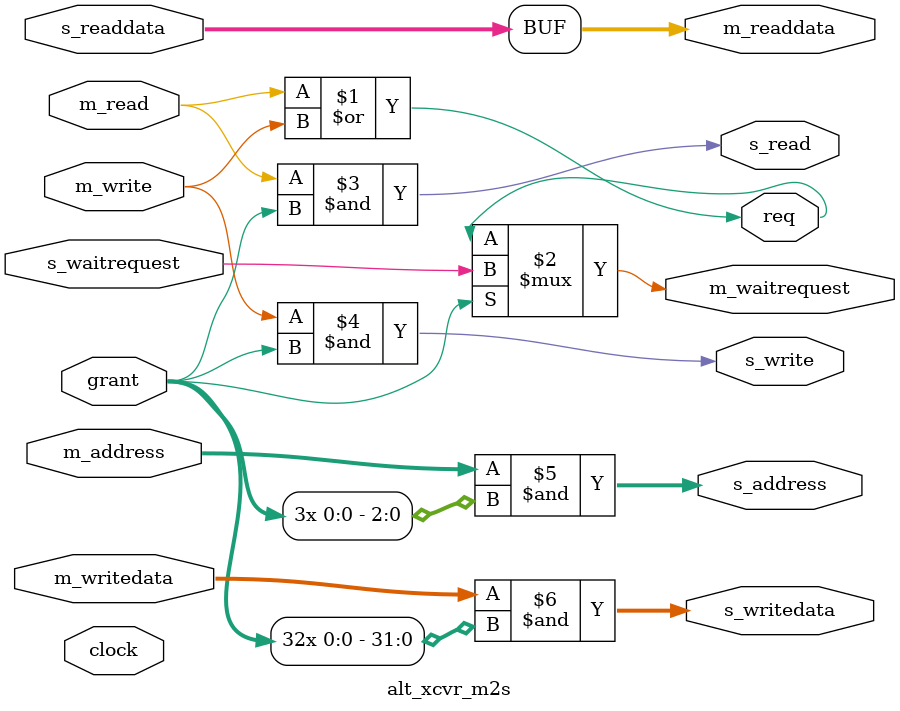
<source format=sv>



// $Header$

`timescale 1 ns / 1 ns

module alt_xcvr_m2s #(
	parameter width_addr = 3,
	parameter width_data = 32
) (
	input  wire clock,
	output wire req,	// request to arbiter for slave access
	input  wire grant,

	// signals from/to master
	input  wire m_read,
	input  wire m_write,
	input  wire [width_addr-1:0] m_address,
	input  wire [width_data-1:0] m_writedata,
	output wire [width_data-1:0] m_readdata,
	output wire m_waitrequest,

	// signals from/to slave
	output wire s_read,
	output wire s_write,
	output wire [width_addr-1:0] s_address,
	output wire [width_data-1:0] s_writedata,
	input  wire [width_data-1:0] s_readdata,
	input  wire s_waitrequest
);

	// If master is requesting access, generate waitreq until granted
	assign req = m_read | m_write;	// master access requests
	assign m_waitrequest = grant ? s_waitrequest : req;

	// gate outputs to slave with grant signal
	assign s_read = m_read & grant;
	assign s_write = m_write & grant;
	assign s_address = m_address & {width_addr{grant}};
	assign s_writedata = m_writedata & {width_data{grant}};

	// slave data outputs pass through directly
	assign m_readdata = s_readdata;
endmodule

</source>
